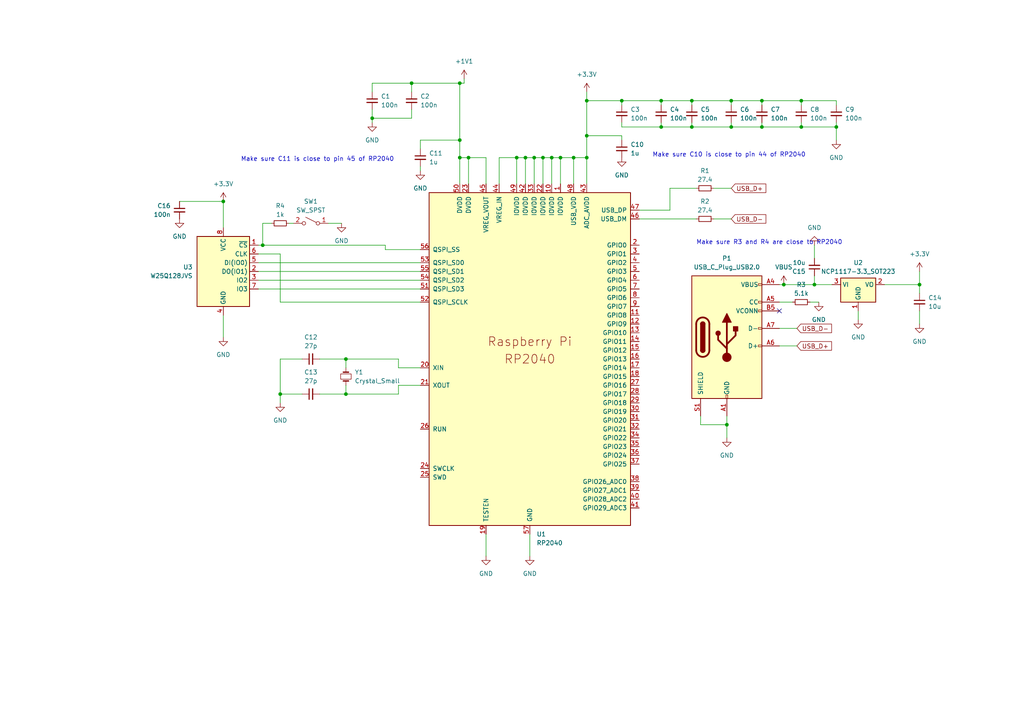
<source format=kicad_sch>
(kicad_sch (version 20230121) (generator eeschema)
  (paper "A4")
  (lib_symbols
    (symbol "Connector:USB_C_Plug_USB2.0" (pin_names (offset 1.016))
      (property "Reference" "P" (at -10.16 19.05 0))
      (property "Value" "USB_C_Plug_USB2.0" (at 12.7 19.05 0))
      (symbol "USB_C_Plug_USB2.0_0_0"
        (rectangle (start -0.254 -17.78) (end 0.254 -16.764))
        (rectangle (start 10.16 -2.286) (end 9.144 -2.794))
        (rectangle (start 10.16 2.794) (end 9.144 2.286))
        (rectangle (start 10.16 7.874) (end 9.144 7.366))
        (rectangle (start 10.16 10.414) (end 9.144 9.906))
        (rectangle (start 10.16 15.494) (end 9.144 14.986))
      )
      (symbol "USB_C_Plug_USB2.0_0_1"
        (rectangle (start -10.16 17.78) (end 10.16 -17.78) (stroke (width 0.254)) (fill (type background)))
        (arc (start -8.89 -3.81) (mid -6.985 -5.7067) (end -5.08 -3.81) (stroke (width 0.508)))
        (arc (start -7.62 -3.81) (mid -6.985 -4.4423) (end -6.35 -3.81) (stroke (width 0.254)))
        (arc (start -7.62 -3.81) (mid -6.985 -4.4423) (end -6.35 -3.81) (stroke (width 0.254)) (fill (type outline)))
        (rectangle (start -7.62 -3.81) (end -6.35 3.81) (stroke (width 0.254)) (fill (type outline)))
        (arc (start -6.35 3.81) (mid -6.985 4.4423) (end -7.62 3.81) (stroke (width 0.254)))
        (arc (start -6.35 3.81) (mid -6.985 4.4423) (end -7.62 3.81) (stroke (width 0.254)) (fill (type outline)))
        (arc (start -5.08 3.81) (mid -6.985 5.7067) (end -8.89 3.81) (stroke (width 0.508)))
        (circle (center -2.54 1.143) (radius 0.635) (stroke (width 0.254)) (fill (type outline)))
        (circle (center 0 -5.842) (radius 1.27) (fill (type outline)))
        (polyline (pts (xy -8.89 -3.81) (xy -8.89 3.81)) (stroke (width 0.508)))
        (polyline (pts (xy -5.08 3.81) (xy -5.08 -3.81)) (stroke (width 0.508)))
        (polyline (pts (xy 0 -5.842) (xy 0 4.318)) (stroke (width 0.508)))
        (polyline (pts (xy 0 -3.302) (xy -2.54 -0.762) (xy -2.54 0.508)) (stroke (width 0.508)))
        (polyline (pts (xy 0 -2.032) (xy 2.54 0.508) (xy 2.54 1.778)) (stroke (width 0.508)))
        (polyline (pts (xy -1.27 4.318) (xy 0 6.858) (xy 1.27 4.318) (xy -1.27 4.318)) (stroke (width 0.254)) (fill (type outline)))
        (rectangle (start 1.905 1.778) (end 3.175 3.048) (stroke (width 0.254)) (fill (type outline)))
      )
      (symbol "USB_C_Plug_USB2.0_1_1"
        (pin passive line (at 0 -22.86 90) (length 5.08) (name "GND") (number "A1"))
        (pin passive line (at 0 -22.86 90) (length 5.08) hide (name "GND") (number "A12"))
        (pin passive line (at 15.24 15.24 180) (length 5.08) (name "VBUS") (number "A4"))
        (pin bidirectional line (at 15.24 10.16 180) (length 5.08) (name "CC") (number "A5"))
        (pin bidirectional line (at 15.24 -2.54 180) (length 5.08) (name "D+") (number "A6"))
        (pin bidirectional line (at 15.24 2.54 180) (length 5.08) (name "D-") (number "A7"))
        (pin passive line (at 15.24 15.24 180) (length 5.08) hide (name "VBUS") (number "A9"))
        (pin passive line (at 0 -22.86 90) (length 5.08) hide (name "GND") (number "B1"))
        (pin passive line (at 0 -22.86 90) (length 5.08) hide (name "GND") (number "B12"))
        (pin passive line (at 15.24 15.24 180) (length 5.08) hide (name "VBUS") (number "B4"))
        (pin bidirectional line (at 15.24 7.62 180) (length 5.08) (name "VCONN") (number "B5"))
        (pin passive line (at 15.24 15.24 180) (length 5.08) hide (name "VBUS") (number "B9"))
        (pin passive line (at -7.62 -22.86 90) (length 5.08) (name "SHIELD") (number "S1"))
      )
    )
    (symbol "Device:C_Small" (pin_numbers hide) (pin_names (offset 0.254) hide)
      (property "Reference" "C" (at 0.254 1.778 0))
      (property "Value" "C_Small" (at 0.254 -2.032 0))
      (symbol "C_Small_0_1"
        (polyline (pts (xy -1.524 -0.508) (xy 1.524 -0.508)) (stroke (width 0.3302)))
        (polyline (pts (xy -1.524 0.508) (xy 1.524 0.508)) (stroke (width 0.3048)))
      )
      (symbol "C_Small_1_1"
        (pin passive line (at 0 2.54 270) (length 2.032) (name "~") (number "1"))
        (pin passive line (at 0 -2.54 90) (length 2.032) (name "~") (number "2"))
      )
    )
    (symbol "Device:Crystal_Small" (pin_numbers hide) (pin_names (offset 1.016) hide)
      (property "Reference" "Y" (at 0 2.54 0))
      (property "Value" "Crystal_Small" (at 0 -2.54 0))
      (symbol "Crystal_Small_0_1"
        (rectangle (start -0.762 -1.524) (end 0.762 1.524))
        (polyline (pts (xy -1.27 -0.762) (xy -1.27 0.762)) (stroke (width 0.381)))
        (polyline (pts (xy 1.27 -0.762) (xy 1.27 0.762)) (stroke (width 0.381)))
      )
      (symbol "Crystal_Small_1_1"
        (pin passive line (at -2.54 0 0) (length 1.27) (name "1") (number "1"))
        (pin passive line (at 2.54 0 180) (length 1.27) (name "2") (number "2"))
      )
    )
    (symbol "Device:R_Small" (pin_numbers hide) (pin_names (offset 0.254) hide)
      (property "Reference" "R" (at 0.762 0.508 0))
      (property "Value" "R_Small" (at 0.762 -1.016 0))
      (symbol "R_Small_0_1"
        (rectangle (start -0.762 1.778) (end 0.762 -1.778) (stroke (width 0.2032)))
      )
      (symbol "R_Small_1_1"
        (pin passive line (at 0 2.54 270) (length 0.762) (name "~") (number "1"))
        (pin passive line (at 0 -2.54 90) (length 0.762) (name "~") (number "2"))
      )
    )
    (symbol "MCU_RaspberryPi_RP2040:RP2040" (pin_names (offset 1.016))
      (property "Reference" "U" (at -29.21 49.53 0))
      (property "Value" "RP2040" (at 24.13 -49.53 0))
      (symbol "RP2040_0_0"
        (text "Raspberry Pi" (at 0 5.08 0) (effects (font (size 2.54 2.54))))
        (text "RP2040" (at 0 0 0) (effects (font (size 2.54 2.54))))
      )
      (symbol "RP2040_0_1"
        (rectangle (start 29.21 48.26) (end -29.21 -48.26) (stroke (width 0.254)) (fill (type background)))
      )
      (symbol "RP2040_1_1"
        (pin power_in line (at 8.89 50.8 270) (length 2.54) (name "IOVDD") (number "1"))
        (pin power_in line (at 6.35 50.8 270) (length 2.54) (name "IOVDD") (number "10"))
        (pin bidirectional line (at 31.75 12.7 180) (length 2.54) (name "GPIO8") (number "11"))
        (pin bidirectional line (at 31.75 10.16 180) (length 2.54) (name "GPIO9") (number "12"))
        (pin bidirectional line (at 31.75 7.62 180) (length 2.54) (name "GPIO10") (number "13"))
        (pin bidirectional line (at 31.75 5.08 180) (length 2.54) (name "GPIO11") (number "14"))
        (pin bidirectional line (at 31.75 2.54 180) (length 2.54) (name "GPIO12") (number "15"))
        (pin bidirectional line (at 31.75 0 180) (length 2.54) (name "GPIO13") (number "16"))
        (pin bidirectional line (at 31.75 -2.54 180) (length 2.54) (name "GPIO14") (number "17"))
        (pin bidirectional line (at 31.75 -5.08 180) (length 2.54) (name "GPIO15") (number "18"))
        (pin passive line (at -12.7 -50.8 90) (length 2.54) (name "TESTEN") (number "19"))
        (pin bidirectional line (at 31.75 33.02 180) (length 2.54) (name "GPIO0") (number "2"))
        (pin input line (at -31.75 -2.54 0) (length 2.54) (name "XIN") (number "20"))
        (pin passive line (at -31.75 -7.62 0) (length 2.54) (name "XOUT") (number "21"))
        (pin power_in line (at 3.81 50.8 270) (length 2.54) (name "IOVDD") (number "22"))
        (pin power_in line (at -17.78 50.8 270) (length 2.54) (name "DVDD") (number "23"))
        (pin output line (at -31.75 -31.75 0) (length 2.54) (name "SWCLK") (number "24"))
        (pin bidirectional line (at -31.75 -34.29 0) (length 2.54) (name "SWD") (number "25"))
        (pin input line (at -31.75 -20.32 0) (length 2.54) (name "RUN") (number "26"))
        (pin bidirectional line (at 31.75 -7.62 180) (length 2.54) (name "GPIO16") (number "27"))
        (pin bidirectional line (at 31.75 -10.16 180) (length 2.54) (name "GPIO17") (number "28"))
        (pin bidirectional line (at 31.75 -12.7 180) (length 2.54) (name "GPIO18") (number "29"))
        (pin bidirectional line (at 31.75 30.48 180) (length 2.54) (name "GPIO1") (number "3"))
        (pin bidirectional line (at 31.75 -15.24 180) (length 2.54) (name "GPIO19") (number "30"))
        (pin bidirectional line (at 31.75 -17.78 180) (length 2.54) (name "GPIO20") (number "31"))
        (pin bidirectional line (at 31.75 -20.32 180) (length 2.54) (name "GPIO21") (number "32"))
        (pin power_in line (at 1.27 50.8 270) (length 2.54) (name "IOVDD") (number "33"))
        (pin bidirectional line (at 31.75 -22.86 180) (length 2.54) (name "GPIO22") (number "34"))
        (pin bidirectional line (at 31.75 -25.4 180) (length 2.54) (name "GPIO23") (number "35"))
        (pin bidirectional line (at 31.75 -27.94 180) (length 2.54) (name "GPIO24") (number "36"))
        (pin bidirectional line (at 31.75 -30.48 180) (length 2.54) (name "GPIO25") (number "37"))
        (pin bidirectional line (at 31.75 -35.56 180) (length 2.54) (name "GPIO26_ADC0") (number "38"))
        (pin bidirectional line (at 31.75 -38.1 180) (length 2.54) (name "GPIO27_ADC1") (number "39"))
        (pin bidirectional line (at 31.75 27.94 180) (length 2.54) (name "GPIO2") (number "4"))
        (pin bidirectional line (at 31.75 -40.64 180) (length 2.54) (name "GPIO28_ADC2") (number "40"))
        (pin bidirectional line (at 31.75 -43.18 180) (length 2.54) (name "GPIO29_ADC3") (number "41"))
        (pin power_in line (at -1.27 50.8 270) (length 2.54) (name "IOVDD") (number "42"))
        (pin power_in line (at 16.51 50.8 270) (length 2.54) (name "ADC_AVDD") (number "43"))
        (pin power_in line (at -8.89 50.8 270) (length 2.54) (name "VREG_IN") (number "44"))
        (pin power_out line (at -12.7 50.8 270) (length 2.54) (name "VREG_VOUT") (number "45"))
        (pin bidirectional line (at 31.75 40.64 180) (length 2.54) (name "USB_DM") (number "46"))
        (pin bidirectional line (at 31.75 43.18 180) (length 2.54) (name "USB_DP") (number "47"))
        (pin power_in line (at 12.7 50.8 270) (length 2.54) (name "USB_VDD") (number "48"))
        (pin power_in line (at -3.81 50.8 270) (length 2.54) (name "IOVDD") (number "49"))
        (pin bidirectional line (at 31.75 25.4 180) (length 2.54) (name "GPIO3") (number "5"))
        (pin power_in line (at -20.32 50.8 270) (length 2.54) (name "DVDD") (number "50"))
        (pin bidirectional line (at -31.75 20.32 0) (length 2.54) (name "QSPI_SD3") (number "51"))
        (pin output line (at -31.75 16.51 0) (length 2.54) (name "QSPI_SCLK") (number "52"))
        (pin bidirectional line (at -31.75 27.94 0) (length 2.54) (name "QSPI_SD0") (number "53"))
        (pin bidirectional line (at -31.75 22.86 0) (length 2.54) (name "QSPI_SD2") (number "54"))
        (pin bidirectional line (at -31.75 25.4 0) (length 2.54) (name "QSPI_SD1") (number "55"))
        (pin bidirectional line (at -31.75 31.75 0) (length 2.54) (name "QSPI_SS") (number "56"))
        (pin power_in line (at 0 -50.8 90) (length 2.54) (name "GND") (number "57"))
        (pin bidirectional line (at 31.75 22.86 180) (length 2.54) (name "GPIO4") (number "6"))
        (pin bidirectional line (at 31.75 20.32 180) (length 2.54) (name "GPIO5") (number "7"))
        (pin bidirectional line (at 31.75 17.78 180) (length 2.54) (name "GPIO6") (number "8"))
        (pin bidirectional line (at 31.75 15.24 180) (length 2.54) (name "GPIO7") (number "9"))
      )
    )
    (symbol "Memory_Flash:W25Q128JVS"
      (property "Reference" "U" (at -8.89 8.89 0))
      (property "Value" "W25Q128JVS" (at 7.62 8.89 0))
      (symbol "W25Q128JVS_0_1"
        (rectangle (start -7.62 10.16) (end 7.62 -10.16) (stroke (width 0.254)) (fill (type background)))
      )
      (symbol "W25Q128JVS_1_1"
        (pin input line (at -10.16 7.62 0) (length 2.54) (name "~{CS}") (number "1"))
        (pin bidirectional line (at -10.16 0 0) (length 2.54) (name "DO(IO1)") (number "2"))
        (pin bidirectional line (at -10.16 -2.54 0) (length 2.54) (name "IO2") (number "3"))
        (pin power_in line (at 0 -12.7 90) (length 2.54) (name "GND") (number "4"))
        (pin bidirectional line (at -10.16 2.54 0) (length 2.54) (name "DI(IO0)") (number "5"))
        (pin input line (at -10.16 5.08 0) (length 2.54) (name "CLK") (number "6"))
        (pin bidirectional line (at -10.16 -5.08 0) (length 2.54) (name "IO3") (number "7"))
        (pin power_in line (at 0 12.7 270) (length 2.54) (name "VCC") (number "8"))
      )
    )
    (symbol "Regulator_Linear:NCP1117-3.3_SOT223"
      (property "Reference" "U" (at -3.81 3.175 0))
      (property "Value" "NCP1117-3.3_SOT223" (at 0 3.175 0))
      (symbol "NCP1117-3.3_SOT223_0_1"
        (rectangle (start -5.08 -5.08) (end 5.08 1.905) (stroke (width 0.254)) (fill (type background)))
      )
      (symbol "NCP1117-3.3_SOT223_1_1"
        (pin power_in line (at 0 -7.62 90) (length 2.54) (name "GND") (number "1"))
        (pin power_out line (at 7.62 0 180) (length 2.54) (name "VO") (number "2"))
        (pin power_in line (at -7.62 0 0) (length 2.54) (name "VI") (number "3"))
      )
    )
    (symbol "Switch:SW_SPST" (pin_names (offset 0) hide)
      (property "Reference" "SW" (at 0 3.175 0))
      (property "Value" "SW_SPST" (at 0 -2.54 0))
      (symbol "SW_SPST_0_0"
        (circle (center -2.032 0) (radius 0.508))
        (polyline (pts (xy -1.524 0.254) (xy 1.524 1.778)))
        (circle (center 2.032 0) (radius 0.508))
      )
      (symbol "SW_SPST_1_1"
        (pin passive line (at -5.08 0 0) (length 2.54) (name "A") (number "1"))
        (pin passive line (at 5.08 0 180) (length 2.54) (name "B") (number "2"))
      )
    )
    (symbol "power:+1V1" (power) (pin_names (offset 0))
      (property "Value" "+1V1" (at 0 3.556 0))
      (symbol "+1V1_0_1"
        (polyline (pts (xy -0.762 1.27) (xy 0 2.54)))
        (polyline (pts (xy 0 0) (xy 0 2.54)))
        (polyline (pts (xy 0 2.54) (xy 0.762 1.27)))
      )
      (symbol "+1V1_1_1"
        (pin power_in line (at 0 0 90) (length 0) hide (name "+1V1") (number "1"))
      )
    )
    (symbol "power:+3.3V" (power) (pin_names (offset 0))
      (property "Value" "+3.3V" (at 0 3.556 0))
      (symbol "+3.3V_0_1"
        (polyline (pts (xy -0.762 1.27) (xy 0 2.54)))
        (polyline (pts (xy 0 0) (xy 0 2.54)))
        (polyline (pts (xy 0 2.54) (xy 0.762 1.27)))
      )
      (symbol "+3.3V_1_1"
        (pin power_in line (at 0 0 90) (length 0) hide (name "+3.3V") (number "1"))
      )
    )
    (symbol "power:GND" (power) (pin_names (offset 0))
      (property "Value" "GND" (at 0 -3.81 0))
      (symbol "GND_0_1"
        (polyline (pts (xy 0 0) (xy 0 -1.27) (xy 1.27 -1.27) (xy 0 -2.54) (xy -1.27 -1.27) (xy 0 -1.27)))
      )
      (symbol "GND_1_1"
        (pin power_in line (at 0 0 270) (length 0) hide (name "GND") (number "1"))
      )
    )
    (symbol "power:VBUS" (power) (pin_names (offset 0))
      (property "Value" "VBUS" (at 0 3.81 0))
      (symbol "VBUS_0_1"
        (polyline (pts (xy -0.762 1.27) (xy 0 2.54)))
        (polyline (pts (xy 0 0) (xy 0 2.54)))
        (polyline (pts (xy 0 2.54) (xy 0.762 1.27)))
      )
      (symbol "VBUS_1_1"
        (pin power_in line (at 0 0 90) (length 0) hide (name "VBUS") (number "1"))
      )
    )
  )
  (junction (at 149.86 45.72))
  (junction (at 154.94 45.72))
  (junction (at 170.18 45.72))
  (junction (at 191.77 36.83))
  (junction (at 220.98 36.83))
  (junction (at 180.34 29.21))
  (junction (at 236.22 82.55))
  (junction (at 232.41 36.83))
  (junction (at 227.33 82.55))
  (junction (at 160.02 45.72))
  (junction (at 232.41 29.21))
  (junction (at 212.09 29.21))
  (junction (at 119.38 24.13))
  (junction (at 220.98 29.21))
  (junction (at 135.89 45.72))
  (junction (at 157.48 45.72))
  (junction (at 64.77 58.42))
  (junction (at 133.35 24.13))
  (junction (at 152.4 45.72))
  (junction (at 212.09 36.83))
  (junction (at 76.2 71.12))
  (junction (at 200.66 29.21))
  (junction (at 133.35 45.72))
  (junction (at 107.95 34.29))
  (junction (at 170.18 29.21))
  (junction (at 170.18 39.37))
  (junction (at 166.37 45.72))
  (junction (at 191.77 29.21))
  (junction (at 81.28 114.3))
  (junction (at 100.33 104.14))
  (junction (at 266.7 82.55))
  (junction (at 100.33 114.3))
  (junction (at 200.66 36.83))
  (junction (at 210.82 123.19))
  (junction (at 133.35 40.64))
  (junction (at 162.56 45.72))
  (junction (at 242.57 36.83))
  (no_connect (at 226.06 90.17))
  (wire (pts (xy 119.38 31.75) (xy 119.38 34.29)))
  (wire (pts (xy 52.07 58.42) (xy 64.77 58.42)))
  (wire (pts (xy 111.76 71.12) (xy 111.76 72.39)))
  (wire (pts (xy 144.78 45.72) (xy 149.86 45.72)))
  (wire (pts (xy 226.06 95.25) (xy 231.14 95.25)))
  (wire (pts (xy 200.66 29.21) (xy 200.66 30.48)))
  (wire (pts (xy 81.28 104.14) (xy 87.63 104.14)))
  (wire (pts (xy 76.2 71.12) (xy 74.93 71.12)))
  (wire (pts (xy 64.77 97.79) (xy 64.77 91.44)))
  (wire (pts (xy 220.98 35.56) (xy 220.98 36.83)))
  (wire (pts (xy 85.09 64.77) (xy 83.82 64.77)))
  (wire (pts (xy 100.33 104.14) (xy 100.33 106.68)))
  (wire (pts (xy 111.76 72.39) (xy 121.92 72.39)))
  (wire (pts (xy 207.01 63.5) (xy 212.09 63.5)))
  (wire (pts (xy 227.33 82.55) (xy 236.22 82.55)))
  (wire (pts (xy 180.34 36.83) (xy 191.77 36.83)))
  (wire (pts (xy 140.97 154.94) (xy 140.97 161.29)))
  (wire (pts (xy 115.57 106.68) (xy 121.92 106.68)))
  (wire (pts (xy 160.02 45.72) (xy 160.02 53.34)))
  (wire (pts (xy 220.98 29.21) (xy 212.09 29.21)))
  (wire (pts (xy 100.33 114.3) (xy 115.57 114.3)))
  (wire (pts (xy 242.57 30.48) (xy 242.57 29.21)))
  (wire (pts (xy 170.18 39.37) (xy 180.34 39.37)))
  (wire (pts (xy 212.09 29.21) (xy 200.66 29.21)))
  (wire (pts (xy 242.57 29.21) (xy 232.41 29.21)))
  (wire (pts (xy 107.95 34.29) (xy 107.95 35.56)))
  (wire (pts (xy 99.06 64.77) (xy 95.25 64.77)))
  (wire (pts (xy 121.92 43.18) (xy 121.92 40.64)))
  (wire (pts (xy 115.57 111.76) (xy 115.57 114.3)))
  (wire (pts (xy 232.41 29.21) (xy 232.41 30.48)))
  (wire (pts (xy 226.06 100.33) (xy 231.14 100.33)))
  (wire (pts (xy 144.78 45.72) (xy 144.78 53.34)))
  (wire (pts (xy 236.22 74.93) (xy 236.22 71.12)))
  (wire (pts (xy 107.95 31.75) (xy 107.95 34.29)))
  (wire (pts (xy 232.41 36.83) (xy 242.57 36.83)))
  (wire (pts (xy 154.94 45.72) (xy 154.94 53.34)))
  (wire (pts (xy 212.09 35.56) (xy 212.09 36.83)))
  (wire (pts (xy 160.02 45.72) (xy 162.56 45.72)))
  (wire (pts (xy 81.28 114.3) (xy 81.28 116.84)))
  (wire (pts (xy 234.95 87.63) (xy 237.49 87.63)))
  (wire (pts (xy 149.86 45.72) (xy 149.86 53.34)))
  (wire (pts (xy 140.97 53.34) (xy 140.97 45.72)))
  (wire (pts (xy 81.28 87.63) (xy 121.92 87.63)))
  (wire (pts (xy 81.28 104.14) (xy 81.28 114.3)))
  (wire (pts (xy 119.38 24.13) (xy 119.38 26.67)))
  (wire (pts (xy 107.95 26.67) (xy 107.95 24.13)))
  (wire (pts (xy 194.31 60.96) (xy 194.31 54.61)))
  (wire (pts (xy 194.31 54.61) (xy 201.93 54.61)))
  (wire (pts (xy 232.41 29.21) (xy 220.98 29.21)))
  (wire (pts (xy 92.71 114.3) (xy 100.33 114.3)))
  (wire (pts (xy 185.42 63.5) (xy 201.93 63.5)))
  (wire (pts (xy 191.77 29.21) (xy 180.34 29.21)))
  (wire (pts (xy 248.92 90.17) (xy 248.92 92.71)))
  (wire (pts (xy 242.57 35.56) (xy 242.57 36.83)))
  (wire (pts (xy 133.35 40.64) (xy 133.35 45.72)))
  (wire (pts (xy 74.93 73.66) (xy 81.28 73.66)))
  (wire (pts (xy 121.92 48.26) (xy 121.92 49.53)))
  (wire (pts (xy 200.66 36.83) (xy 212.09 36.83)))
  (wire (pts (xy 266.7 78.74) (xy 266.7 82.55)))
  (wire (pts (xy 180.34 40.64) (xy 180.34 39.37)))
  (wire (pts (xy 170.18 29.21) (xy 170.18 39.37)))
  (wire (pts (xy 92.71 104.14) (xy 100.33 104.14)))
  (wire (pts (xy 76.2 71.12) (xy 111.76 71.12)))
  (wire (pts (xy 185.42 60.96) (xy 194.31 60.96)))
  (wire (pts (xy 212.09 36.83) (xy 220.98 36.83)))
  (wire (pts (xy 74.93 76.2) (xy 121.92 76.2)))
  (wire (pts (xy 266.7 90.17) (xy 266.7 93.98)))
  (wire (pts (xy 266.7 82.55) (xy 266.7 85.09)))
  (wire (pts (xy 180.34 35.56) (xy 180.34 36.83)))
  (wire (pts (xy 203.2 123.19) (xy 210.82 123.19)))
  (wire (pts (xy 166.37 45.72) (xy 166.37 53.34)))
  (wire (pts (xy 207.01 54.61) (xy 212.09 54.61)))
  (wire (pts (xy 180.34 29.21) (xy 170.18 29.21)))
  (wire (pts (xy 100.33 104.14) (xy 115.57 104.14)))
  (wire (pts (xy 133.35 24.13) (xy 133.35 40.64)))
  (wire (pts (xy 74.93 83.82) (xy 121.92 83.82)))
  (wire (pts (xy 149.86 45.72) (xy 152.4 45.72)))
  (wire (pts (xy 232.41 35.56) (xy 232.41 36.83)))
  (wire (pts (xy 162.56 45.72) (xy 162.56 53.34)))
  (wire (pts (xy 191.77 36.83) (xy 200.66 36.83)))
  (wire (pts (xy 135.89 45.72) (xy 140.97 45.72)))
  (wire (pts (xy 203.2 120.65) (xy 203.2 123.19)))
  (wire (pts (xy 157.48 45.72) (xy 160.02 45.72)))
  (wire (pts (xy 210.82 120.65) (xy 210.82 123.19)))
  (wire (pts (xy 212.09 29.21) (xy 212.09 30.48)))
  (wire (pts (xy 236.22 82.55) (xy 236.22 80.01)))
  (wire (pts (xy 135.89 53.34) (xy 135.89 45.72)))
  (wire (pts (xy 210.82 123.19) (xy 210.82 127)))
  (wire (pts (xy 81.28 73.66) (xy 81.28 87.63)))
  (wire (pts (xy 220.98 29.21) (xy 220.98 30.48)))
  (wire (pts (xy 242.57 36.83) (xy 242.57 40.64)))
  (wire (pts (xy 115.57 104.14) (xy 115.57 106.68)))
  (wire (pts (xy 64.77 58.42) (xy 64.77 66.04)))
  (wire (pts (xy 121.92 111.76) (xy 115.57 111.76)))
  (wire (pts (xy 226.06 87.63) (xy 229.87 87.63)))
  (wire (pts (xy 76.2 71.12) (xy 76.2 64.77)))
  (wire (pts (xy 166.37 45.72) (xy 170.18 45.72)))
  (wire (pts (xy 226.06 82.55) (xy 227.33 82.55)))
  (wire (pts (xy 76.2 64.77) (xy 78.74 64.77)))
  (wire (pts (xy 121.92 40.64) (xy 133.35 40.64)))
  (wire (pts (xy 236.22 82.55) (xy 241.3 82.55)))
  (wire (pts (xy 200.66 35.56) (xy 200.66 36.83)))
  (wire (pts (xy 180.34 29.21) (xy 180.34 30.48)))
  (wire (pts (xy 100.33 111.76) (xy 100.33 114.3)))
  (wire (pts (xy 133.35 45.72) (xy 133.35 53.34)))
  (wire (pts (xy 154.94 45.72) (xy 157.48 45.72)))
  (wire (pts (xy 119.38 24.13) (xy 133.35 24.13)))
  (wire (pts (xy 107.95 34.29) (xy 119.38 34.29)))
  (wire (pts (xy 170.18 45.72) (xy 170.18 53.34)))
  (wire (pts (xy 81.28 114.3) (xy 87.63 114.3)))
  (wire (pts (xy 152.4 45.72) (xy 152.4 53.34)))
  (wire (pts (xy 256.54 82.55) (xy 266.7 82.55)))
  (wire (pts (xy 74.93 81.28) (xy 121.92 81.28)))
  (wire (pts (xy 170.18 39.37) (xy 170.18 45.72)))
  (wire (pts (xy 153.67 154.94) (xy 153.67 161.29)))
  (wire (pts (xy 133.35 24.13) (xy 134.62 24.13)))
  (wire (pts (xy 135.89 45.72) (xy 133.35 45.72)))
  (wire (pts (xy 191.77 35.56) (xy 191.77 36.83)))
  (wire (pts (xy 107.95 24.13) (xy 119.38 24.13)))
  (wire (pts (xy 220.98 36.83) (xy 232.41 36.83)))
  (wire (pts (xy 191.77 29.21) (xy 191.77 30.48)))
  (wire (pts (xy 162.56 45.72) (xy 166.37 45.72)))
  (wire (pts (xy 170.18 29.21) (xy 170.18 26.67)))
  (wire (pts (xy 200.66 29.21) (xy 191.77 29.21)))
  (wire (pts (xy 134.62 22.86) (xy 134.62 24.13)))
  (wire (pts (xy 152.4 45.72) (xy 154.94 45.72)))
  (wire (pts (xy 157.48 45.72) (xy 157.48 53.34)))
  (wire (pts (xy 74.93 78.74) (xy 121.92 78.74)))
  (text "Make sure R3 and R4 are close to RP2040\n" (at 201.93 71.12 0) (effects (font (size 1.27 1.27)) (justify left bottom)))
  (text "Make sure C10 is close to pin 44 of RP2040\n" (at 189.23 45.72 0) (effects (font (size 1.27 1.27)) (justify left bottom)))
  (text "Make sure C11 is close to pin 45 of RP2040" (at 69.85 46.99 0) (effects (font (size 1.27 1.27)) (justify left bottom)))
  (global_label "USB_D-" (shape input) (at 231.14 95.25 0) (property "Intersheetrefs" "${INTERSHEET_REFS}" (effects hide)))
  (global_label "USB_D+" (shape input) (at 231.14 100.33 0) (property "Intersheetrefs" "${INTERSHEET_REFS}" (effects hide)))
  (global_label "USB_D+" (shape input) (at 212.09 54.61 0) (property "Intersheetrefs" "${INTERSHEET_REFS}" (effects hide)))
  (global_label "USB_D-" (shape input) (at 212.09 63.5 0) (property "Intersheetrefs" "${INTERSHEET_REFS}" (effects hide)))
  (symbol (lib_id "power:+1V1") (at 134.62 22.86 0) (unit 1)
    (property "Reference" "#PWR01" (effects hide))
    (property "Value" "+1V1" (at 134.62 17.78 0))
  )
  (symbol (lib_id "Device:C_Small") (at 191.77 33.02 0) (unit 1)
    (property "Reference" "C4" (at 194.31 31.7563 0) (effects (justify left)))
    (property "Value" "100n" (at 194.31 34.2963 0) (effects (justify left)))
  )
  (symbol (lib_id "power:GND") (at 210.82 127 0) (unit 1)
    (property "Reference" "#PWR010" (effects hide))
    (property "Value" "GND" (at 210.82 132.08 0))
  )
  (symbol (lib_id "Regulator_Linear:NCP1117-3.3_SOT223") (at 248.92 82.55 0) (unit 1)
    (property "Reference" "U2" (at 248.92 76.2 0))
    (property "Value" "NCP1117-3.3_SOT223" (at 248.92 78.74 0))
    (property "Footprint" "Package_TO_SOT_SMD:SOT-223-3_TabPin2" (effects hide))
    (property "Datasheet" "http://www.onsemi.com/pub_link/Collateral/NCP1117-D.PDF" (effects hide))
  )
  (symbol (lib_id "power:+3.3V") (at 266.7 78.74 0) (unit 1)
    (property "Reference" "#PWR012" (effects hide))
    (property "Value" "+3.3V" (at 266.7 73.66 0))
  )
  (symbol (lib_id "Device:C_Small") (at 242.57 33.02 0) (unit 1)
    (property "Reference" "C9" (at 245.11 31.7563 0) (effects (justify left)))
    (property "Value" "100n" (at 245.11 34.2963 0) (effects (justify left)))
  )
  (symbol (lib_id "power:GND") (at 52.07 63.5 0) (mirror y) (unit 1)
    (property "Reference" "#PWR019" (effects hide))
    (property "Value" "GND" (at 52.07 68.58 0))
  )
  (symbol (lib_id "Device:C_Small") (at 119.38 29.21 0) (unit 1)
    (property "Reference" "C2" (at 121.92 27.9463 0) (effects (justify left)))
    (property "Value" "100n" (at 121.92 30.4863 0) (effects (justify left)))
  )
  (symbol (lib_id "power:GND") (at 64.77 97.79 0) (mirror y) (unit 1)
    (property "Reference" "#PWR018" (effects hide))
    (property "Value" "GND" (at 64.77 102.87 0))
  )
  (symbol (lib_id "Device:R_Small") (at 232.41 87.63 90) (unit 1)
    (property "Reference" "R3" (at 232.41 82.55 90))
    (property "Value" "5.1k" (at 232.41 85.09 90))
  )
  (symbol (lib_id "Device:C_Small") (at 220.98 33.02 0) (unit 1)
    (property "Reference" "C7" (at 223.52 31.7563 0) (effects (justify left)))
    (property "Value" "100n" (at 223.52 34.2963 0) (effects (justify left)))
  )
  (symbol (lib_id "Device:R_Small") (at 204.47 63.5 90) (unit 1)
    (property "Reference" "R2" (at 204.47 58.42 90))
    (property "Value" "27.4" (at 204.47 60.96 90))
  )
  (symbol (lib_id "power:+3.3V") (at 64.77 58.42 0) (mirror y) (unit 1)
    (property "Reference" "#PWR020" (effects hide))
    (property "Value" "+3.3V" (at 64.77 53.34 0))
  )
  (symbol (lib_id "Device:C_Small") (at 180.34 33.02 0) (unit 1)
    (property "Reference" "C3" (at 182.88 31.7563 0) (effects (justify left)))
    (property "Value" "100n" (at 182.88 34.2963 0) (effects (justify left)))
  )
  (symbol (lib_id "Device:C_Small") (at 121.92 45.72 0) (unit 1)
    (property "Reference" "C11" (at 124.46 44.4563 0) (effects (justify left)))
    (property "Value" "1u" (at 124.46 46.9963 0) (effects (justify left)))
  )
  (symbol (lib_id "Device:C_Small") (at 236.22 77.47 180) (unit 1)
    (property "Reference" "C15" (at 233.68 78.7337 0) (effects (justify left)))
    (property "Value" "10u" (at 233.68 76.1937 0) (effects (justify left)))
  )
  (symbol (lib_id "power:GND") (at 248.92 92.71 0) (unit 1)
    (property "Reference" "#PWR013" (effects hide))
    (property "Value" "GND" (at 248.92 97.79 0))
  )
  (symbol (lib_id "power:GND") (at 180.34 45.72 0) (unit 1)
    (property "Reference" "#PWR05" (effects hide))
    (property "Value" "GND" (at 180.34 50.8 0))
  )
  (symbol (lib_id "Device:R_Small") (at 81.28 64.77 270) (mirror x) (unit 1)
    (property "Reference" "R4" (at 81.28 59.69 90))
    (property "Value" "1k" (at 81.28 62.23 90))
  )
  (symbol (lib_id "power:GND") (at 81.28 116.84 0) (unit 1)
    (property "Reference" "#PWR09" (effects hide))
    (property "Value" "GND" (at 81.28 121.92 0))
  )
  (symbol (lib_id "power:GND") (at 140.97 161.29 0) (unit 1)
    (property "Reference" "#PWR07" (effects hide))
    (property "Value" "GND" (at 140.97 166.37 0))
  )
  (symbol (lib_id "MCU_RaspberryPi_RP2040:RP2040") (at 153.67 104.14 0) (unit 1)
    (property "Reference" "U1" (at 155.6259 154.94 0) (effects (justify left)))
    (property "Value" "RP2040" (at 155.6259 157.48 0) (effects (justify left)))
    (property "Footprint" "RP2040_minimal:RP2040-QFN-56" (effects hide))
  )
  (symbol (lib_id "Device:C_Small") (at 90.17 104.14 90) (unit 1)
    (property "Reference" "C12" (at 90.1763 97.79 90))
    (property "Value" "27p" (at 90.1763 100.33 90))
  )
  (symbol (lib_id "power:GND") (at 153.67 161.29 0) (unit 1)
    (property "Reference" "#PWR08" (effects hide))
    (property "Value" "GND" (at 153.67 166.37 0))
  )
  (symbol (lib_id "power:GND") (at 242.57 40.64 0) (unit 1)
    (property "Reference" "#PWR04" (effects hide))
    (property "Value" "GND" (at 242.57 45.72 0))
  )
  (symbol (lib_id "power:VBUS") (at 227.33 82.55 0) (unit 1)
    (property "Reference" "#PWR015" (effects hide))
    (property "Value" "VBUS" (at 227.33 77.47 0))
  )
  (symbol (lib_id "Device:C_Small") (at 90.17 114.3 90) (unit 1)
    (property "Reference" "C13" (at 90.1763 107.95 90))
    (property "Value" "27p" (at 90.1763 110.49 90))
  )
  (symbol (lib_id "power:GND") (at 121.92 49.53 0) (unit 1)
    (property "Reference" "#PWR06" (effects hide))
    (property "Value" "GND" (at 121.92 54.61 0))
  )
  (symbol (lib_id "power:GND") (at 99.06 64.77 0) (mirror y) (unit 1)
    (property "Reference" "#PWR017" (effects hide))
    (property "Value" "GND" (at 99.06 69.85 0))
  )
  (symbol (lib_id "Device:Crystal_Small") (at 100.33 109.22 90) (unit 1)
    (property "Reference" "Y1" (at 102.87 107.95 90) (effects (justify right)))
    (property "Value" "Crystal_Small" (at 102.87 110.49 90) (effects (justify right)))
  )
  (symbol (lib_id "Device:C_Small") (at 107.95 29.21 0) (unit 1)
    (property "Reference" "C1" (at 110.49 27.9463 0) (effects (justify left)))
    (property "Value" "100n" (at 110.49 30.4863 0) (effects (justify left)))
  )
  (symbol (lib_id "power:GND") (at 237.49 87.63 0) (unit 1)
    (property "Reference" "#PWR016" (effects hide))
    (property "Value" "GND" (at 237.49 92.71 0))
  )
  (symbol (lib_id "Device:C_Small") (at 266.7 87.63 0) (unit 1)
    (property "Reference" "C14" (at 269.24 86.3663 0) (effects (justify left)))
    (property "Value" "10u" (at 269.24 88.9063 0) (effects (justify left)))
  )
  (symbol (lib_id "power:GND") (at 107.95 35.56 0) (unit 1)
    (property "Reference" "#PWR03" (effects hide))
    (property "Value" "GND" (at 107.95 40.64 0))
  )
  (symbol (lib_id "Connector:USB_C_Plug_USB2.0") (at 210.82 97.79 0) (unit 1)
    (property "Reference" "P1" (at 210.82 74.93 0))
    (property "Value" "USB_C_Plug_USB2.0" (at 210.82 77.47 0))
    (property "Datasheet" "https://www.usb.org/sites/default/files/documents/usb_type-c.zip" (effects hide))
  )
  (symbol (lib_id "Device:C_Small") (at 232.41 33.02 0) (unit 1)
    (property "Reference" "C8" (at 234.95 31.7563 0) (effects (justify left)))
    (property "Value" "100n" (at 234.95 34.2963 0) (effects (justify left)))
  )
  (symbol (lib_id "Device:C_Small") (at 212.09 33.02 0) (unit 1)
    (property "Reference" "C6" (at 214.63 31.7563 0) (effects (justify left)))
    (property "Value" "100n" (at 214.63 34.2963 0) (effects (justify left)))
  )
  (symbol (lib_id "Device:R_Small") (at 204.47 54.61 90) (unit 1)
    (property "Reference" "R1" (at 204.47 49.53 90))
    (property "Value" "27.4" (at 204.47 52.07 90))
  )
  (symbol (lib_id "power:+3.3V") (at 170.18 26.67 0) (unit 1)
    (property "Reference" "#PWR02" (effects hide))
    (property "Value" "+3.3V" (at 170.18 21.59 0))
  )
  (symbol (lib_id "power:GND") (at 236.22 71.12 180) (unit 1)
    (property "Reference" "#PWR014" (effects hide))
    (property "Value" "GND" (at 236.22 66.04 0))
  )
  (symbol (lib_id "Device:C_Small") (at 52.07 60.96 0) (mirror y) (unit 1)
    (property "Reference" "C16" (at 49.53 59.6963 0) (effects (justify left)))
    (property "Value" "100n" (at 49.53 62.2363 0) (effects (justify left)))
  )
  (symbol (lib_id "Switch:SW_SPST") (at 90.17 64.77 0) (mirror y) (unit 1)
    (property "Reference" "SW1" (at 90.17 58.42 0))
    (property "Value" "SW_SPST" (at 90.17 60.96 0))
  )
  (symbol (lib_id "power:GND") (at 266.7 93.98 0) (unit 1)
    (property "Reference" "#PWR011" (effects hide))
    (property "Value" "GND" (at 266.7 99.06 0))
  )
  (symbol (lib_id "Device:C_Small") (at 180.34 43.18 0) (unit 1)
    (property "Reference" "C10" (at 182.88 41.9163 0) (effects (justify left)))
    (property "Value" "1u" (at 182.88 44.4563 0) (effects (justify left)))
  )
  (symbol (lib_id "Device:C_Small") (at 200.66 33.02 0) (unit 1)
    (property "Reference" "C5" (at 203.2 31.7563 0) (effects (justify left)))
    (property "Value" "100n" (at 203.2 34.2963 0) (effects (justify left)))
  )
  (symbol (lib_id "Memory_Flash:W25Q128JVS") (at 64.77 78.74 0) (mirror y) (unit 1)
    (property "Reference" "U3" (at 55.88 77.47 0) (effects (justify left)))
    (property "Value" "W25Q128JVS" (at 55.88 80.01 0) (effects (justify left)))
    (property "Footprint" "Package_SO:SOIC-8_5.23x5.23mm_P1.27mm" (effects hide))
    (property "Datasheet" "http://www.winbond.com/resource-files/w25q128jv_dtr%20revc%2003272018%20plus.pdf" (effects hide))
  )
)
</source>
